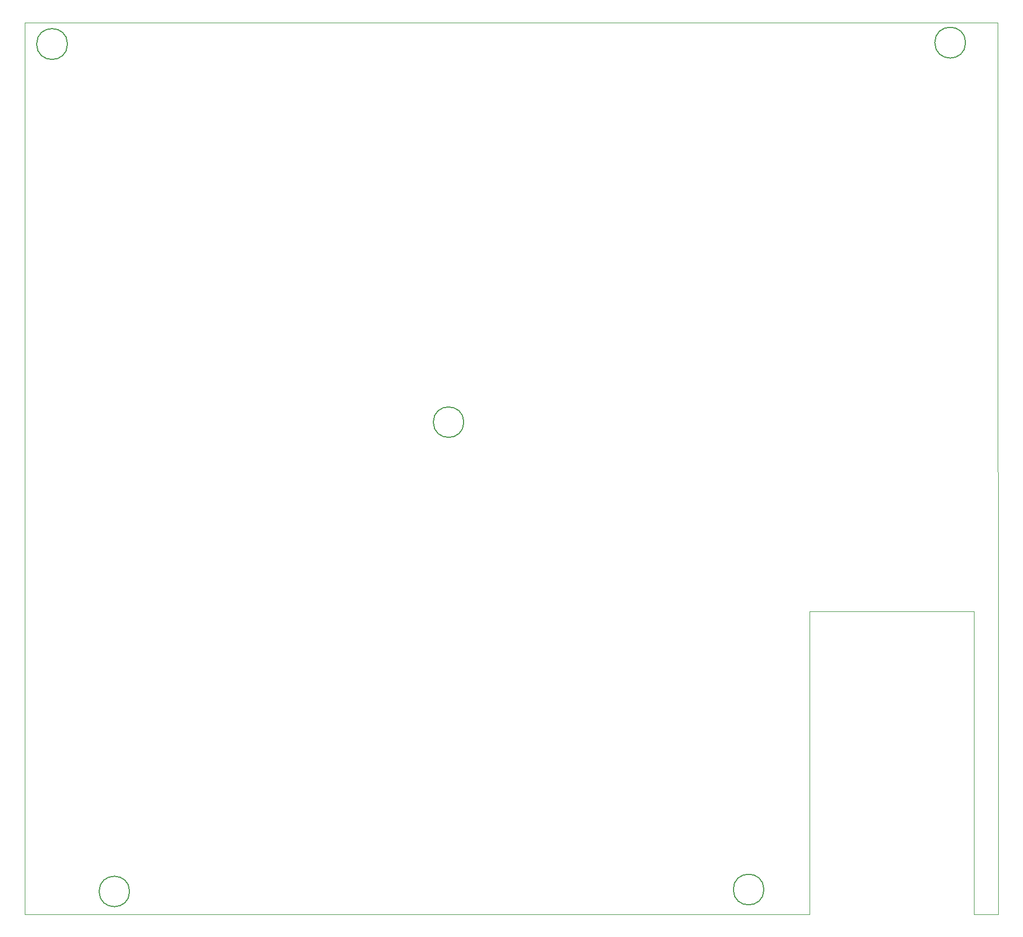
<source format=gbr>
%TF.GenerationSoftware,KiCad,Pcbnew,(6.0.8)*%
%TF.CreationDate,2023-03-21T03:17:03-04:00*%
%TF.ProjectId,pcb de prueba de dispositivos,70636220-6465-4207-9072-756562612064,rev?*%
%TF.SameCoordinates,Original*%
%TF.FileFunction,Profile,NP*%
%FSLAX46Y46*%
G04 Gerber Fmt 4.6, Leading zero omitted, Abs format (unit mm)*
G04 Created by KiCad (PCBNEW (6.0.8)) date 2023-03-21 03:17:03*
%MOMM*%
%LPD*%
G01*
G04 APERTURE LIST*
%TA.AperFunction,Profile*%
%ADD10C,0.200000*%
%TD*%
%TA.AperFunction,Profile*%
%ADD11C,0.100000*%
%TD*%
G04 APERTURE END LIST*
D10*
X101175131Y-86500000D02*
G75*
G03*
X101175131Y-86500000I-2391740J0D01*
G01*
D11*
X185125000Y-163800000D02*
X185075000Y-23750000D01*
D10*
X38925015Y-27116609D02*
G75*
G03*
X38925015Y-27116609I-2425015J0D01*
G01*
D11*
X181300000Y-116200000D02*
X181300000Y-163800000D01*
X32200000Y-163800000D02*
X155500000Y-163800000D01*
X155500000Y-163800000D02*
X155500000Y-116200000D01*
X32200000Y-23750000D02*
X32200000Y-163800000D01*
X155500000Y-116200000D02*
X181300000Y-116200000D01*
D10*
X148325519Y-159900000D02*
G75*
G03*
X148325519Y-159900000I-2408910J0D01*
G01*
D11*
X185075000Y-23750000D02*
X32200000Y-23750000D01*
D10*
X180001164Y-26900000D02*
G75*
G03*
X180001164Y-26900000I-2417773J0D01*
G01*
X48675131Y-160200000D02*
G75*
G03*
X48675131Y-160200000I-2391740J0D01*
G01*
D11*
X181300000Y-163800000D02*
X185125000Y-163800000D01*
M02*

</source>
